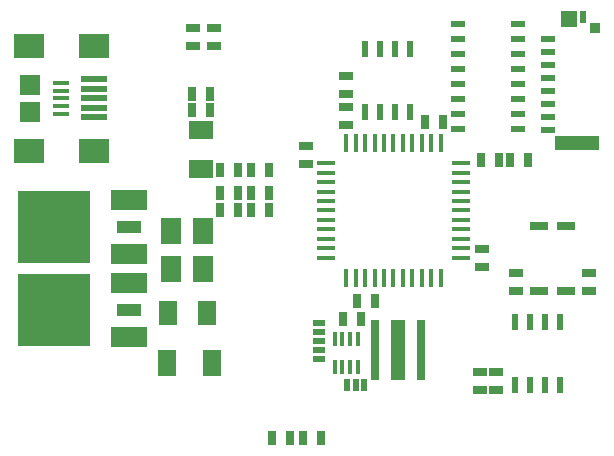
<source format=gtp>
G04 (created by PCBNEW (2013-mar-13)-testing) date R 28 juuni 2013 13:42:34 EEST*
%MOIN*%
G04 Gerber Fmt 3.4, Leading zero omitted, Abs format*
%FSLAX34Y34*%
G01*
G70*
G90*
G04 APERTURE LIST*
%ADD10C,0.005906*%
%ADD11R,0.025000X0.045000*%
%ADD12R,0.080000X0.060000*%
%ADD13R,0.060000X0.080000*%
%ADD14R,0.053150X0.015748*%
%ADD15R,0.070866X0.070866*%
%ADD16R,0.090551X0.019685*%
%ADD17R,0.098425X0.078740*%
%ADD18R,0.120000X0.065000*%
%ADD19R,0.240000X0.240000*%
%ADD20R,0.078740X0.043307*%
%ADD21R,0.068898X0.088583*%
%ADD22R,0.045000X0.025000*%
%ADD23R,0.023600X0.055100*%
%ADD24R,0.016000X0.060000*%
%ADD25R,0.060000X0.016000*%
%ADD26R,0.031496X0.200787*%
%ADD27R,0.051181X0.200787*%
%ADD28R,0.062992X0.027559*%
%ADD29R,0.016535X0.051181*%
%ADD30R,0.019685X0.039370*%
%ADD31R,0.039370X0.019685*%
%ADD32R,0.045000X0.020000*%
%ADD33R,0.049213X0.023622*%
%ADD34R,0.149213X0.047244*%
%ADD35R,0.055118X0.057087*%
%ADD36R,0.023622X0.039370*%
%ADD37R,0.033465X0.037402*%
%ADD38R,0.063000X0.086600*%
G04 APERTURE END LIST*
G54D10*
G54D11*
X7062Y13346D03*
X7662Y13346D03*
X7662Y12795D03*
X7062Y12795D03*
G54D12*
X7362Y12146D03*
X7362Y10846D03*
G54D13*
X6279Y6023D03*
X7579Y6023D03*
G54D14*
X2698Y13700D03*
X2698Y13444D03*
X2698Y13188D03*
X2698Y12933D03*
X2698Y12677D03*
G54D15*
X1653Y12736D03*
X1653Y13641D03*
G54D16*
X3811Y13818D03*
X3811Y13503D03*
X3811Y13188D03*
X3811Y12874D03*
X3811Y12559D03*
G54D17*
X3811Y11437D03*
X3811Y14940D03*
X1645Y14940D03*
X1645Y11437D03*
G54D18*
X4960Y5241D03*
G54D19*
X2460Y6141D03*
G54D18*
X4960Y7041D03*
G54D20*
X4960Y6141D03*
G54D21*
X6358Y7480D03*
X7421Y7480D03*
G54D11*
X14818Y12401D03*
X15418Y12401D03*
G54D22*
X12204Y12898D03*
X12204Y12298D03*
X10866Y11599D03*
X10866Y10999D03*
G54D11*
X13174Y6417D03*
X12574Y6417D03*
G54D22*
X16732Y7574D03*
X16732Y8174D03*
G54D11*
X8607Y10787D03*
X8007Y10787D03*
X9030Y10787D03*
X9630Y10787D03*
X9030Y9448D03*
X9630Y9448D03*
X9030Y10039D03*
X9630Y10039D03*
G54D22*
X7086Y14936D03*
X7086Y15536D03*
G54D11*
X10762Y1850D03*
X11362Y1850D03*
G54D22*
X12204Y13322D03*
X12204Y13922D03*
G54D11*
X16707Y11141D03*
X17307Y11141D03*
X8607Y9448D03*
X8007Y9448D03*
X8607Y10039D03*
X8007Y10039D03*
G54D22*
X7795Y15536D03*
X7795Y14936D03*
G54D11*
X10339Y1850D03*
X9739Y1850D03*
G54D23*
X12832Y14829D03*
X12832Y12729D03*
X13332Y14829D03*
X13832Y14829D03*
X14332Y14829D03*
X13332Y12729D03*
X13832Y12729D03*
X14332Y12729D03*
G54D24*
X13779Y11698D03*
X13464Y11698D03*
X13149Y11698D03*
X12834Y11698D03*
X12519Y11698D03*
X12204Y11698D03*
X14094Y11698D03*
X14409Y11698D03*
X14724Y11698D03*
X15039Y11698D03*
X15354Y11698D03*
X13779Y7198D03*
X13464Y7198D03*
X13149Y7198D03*
X12834Y7198D03*
X12519Y7198D03*
X12204Y7198D03*
X14094Y7198D03*
X14409Y7198D03*
X14724Y7198D03*
X15039Y7198D03*
X15354Y7198D03*
G54D25*
X11529Y9448D03*
X16029Y9448D03*
X11529Y9133D03*
X16029Y9133D03*
X16029Y8818D03*
X11529Y8818D03*
X11529Y8503D03*
X16029Y8503D03*
X16029Y8188D03*
X11529Y8188D03*
X11529Y7873D03*
X16029Y7873D03*
X16029Y9763D03*
X11529Y9763D03*
X11529Y10078D03*
X16029Y10078D03*
X16029Y10393D03*
X11529Y10393D03*
X11529Y10708D03*
X16029Y10708D03*
X16029Y11023D03*
X11529Y11023D03*
G54D26*
X13169Y4803D03*
G54D27*
X13937Y4803D03*
G54D26*
X14704Y4803D03*
G54D11*
X12701Y5826D03*
X12101Y5826D03*
G54D22*
X16653Y3479D03*
X16653Y4079D03*
X17204Y3479D03*
X17204Y4079D03*
G54D23*
X19332Y3635D03*
X19332Y5735D03*
X18832Y3635D03*
X18332Y3635D03*
X17832Y3635D03*
X18832Y5735D03*
X18332Y5735D03*
X17832Y5735D03*
G54D28*
X19527Y6771D03*
X19527Y8937D03*
X18622Y8937D03*
X18622Y6771D03*
G54D22*
X20314Y7347D03*
X20314Y6747D03*
X17874Y6747D03*
X17874Y7347D03*
G54D29*
X11820Y4222D03*
X12076Y4222D03*
X12332Y4222D03*
X12588Y4222D03*
X12588Y5147D03*
X12332Y5147D03*
X12076Y5147D03*
X11820Y5147D03*
G54D30*
X12519Y3622D03*
X12814Y3622D03*
X12224Y3622D03*
G54D31*
X11299Y4803D03*
X11299Y5098D03*
X11299Y4507D03*
X11299Y5393D03*
X11299Y5098D03*
X11299Y5688D03*
G54D32*
X17929Y12147D03*
X17929Y12647D03*
X17929Y13147D03*
X17929Y13647D03*
X17929Y14147D03*
X17929Y14647D03*
X17929Y15147D03*
X17929Y15647D03*
X15929Y15647D03*
X15929Y15147D03*
X15929Y14647D03*
X15929Y14147D03*
X15929Y13647D03*
X15929Y13147D03*
X15929Y12647D03*
X15929Y12147D03*
G54D18*
X4960Y7997D03*
G54D19*
X2460Y8897D03*
G54D18*
X4960Y9797D03*
G54D20*
X4960Y8897D03*
G54D33*
X18937Y15177D03*
X18937Y14744D03*
X18937Y14311D03*
X18937Y13877D03*
X18937Y13444D03*
X18937Y13011D03*
X18937Y12578D03*
X18937Y12145D03*
G54D34*
X19913Y11692D03*
G54D35*
X19616Y15816D03*
G54D36*
X20108Y15905D03*
G54D37*
X20492Y15541D03*
G54D21*
X6358Y8779D03*
X7421Y8779D03*
G54D11*
X17652Y11141D03*
X18252Y11141D03*
G54D38*
X6220Y4370D03*
X7716Y4370D03*
M02*

</source>
